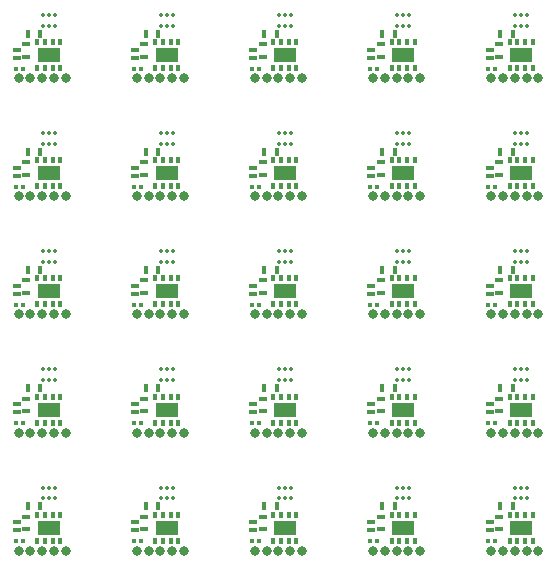
<source format=gbs>
G75*
%MOIN*%
%OFA0B0*%
%FSLAX25Y25*%
%IPPOS*%
%LPD*%
%AMOC8*
5,1,8,0,0,1.08239X$1,22.5*
%
%ADD10C,0.01381*%
%ADD11R,0.01381X0.01775*%
%ADD12R,0.02562X0.01578*%
%ADD13R,0.07680X0.04531*%
%ADD14R,0.01775X0.02169*%
%ADD15R,0.01775X0.02562*%
%ADD16R,0.02562X0.01775*%
%ADD17C,0.03153*%
D10*
X0058087Y0058283D03*
X0060055Y0058283D03*
X0062024Y0058283D03*
X0062024Y0061827D03*
X0060055Y0061827D03*
X0058087Y0061827D03*
X0058087Y0097654D03*
X0060055Y0097654D03*
X0062024Y0097654D03*
X0062024Y0101197D03*
X0060055Y0101197D03*
X0058087Y0101197D03*
X0058087Y0137024D03*
X0060055Y0137024D03*
X0062024Y0137024D03*
X0062024Y0140567D03*
X0060055Y0140567D03*
X0058087Y0140567D03*
X0058087Y0176394D03*
X0060055Y0176394D03*
X0062024Y0176394D03*
X0062024Y0179937D03*
X0060055Y0179937D03*
X0058087Y0179937D03*
X0058087Y0215764D03*
X0060055Y0215764D03*
X0062024Y0215764D03*
X0062024Y0219307D03*
X0060055Y0219307D03*
X0058087Y0219307D03*
X0097457Y0219307D03*
X0099425Y0219307D03*
X0101394Y0219307D03*
X0101394Y0215764D03*
X0099425Y0215764D03*
X0097457Y0215764D03*
X0097457Y0179937D03*
X0099425Y0179937D03*
X0101394Y0179937D03*
X0101394Y0176394D03*
X0099425Y0176394D03*
X0097457Y0176394D03*
X0097457Y0140567D03*
X0099425Y0140567D03*
X0101394Y0140567D03*
X0101394Y0137024D03*
X0099425Y0137024D03*
X0097457Y0137024D03*
X0097457Y0101197D03*
X0099425Y0101197D03*
X0101394Y0101197D03*
X0101394Y0097654D03*
X0099425Y0097654D03*
X0097457Y0097654D03*
X0097457Y0061827D03*
X0099425Y0061827D03*
X0101394Y0061827D03*
X0101394Y0058283D03*
X0099425Y0058283D03*
X0097457Y0058283D03*
X0136827Y0058283D03*
X0138795Y0058283D03*
X0140764Y0058283D03*
X0140764Y0061827D03*
X0138795Y0061827D03*
X0136827Y0061827D03*
X0136827Y0097654D03*
X0138795Y0097654D03*
X0140764Y0097654D03*
X0140764Y0101197D03*
X0138795Y0101197D03*
X0136827Y0101197D03*
X0136827Y0137024D03*
X0138795Y0137024D03*
X0140764Y0137024D03*
X0140764Y0140567D03*
X0138795Y0140567D03*
X0136827Y0140567D03*
X0136827Y0176394D03*
X0138795Y0176394D03*
X0140764Y0176394D03*
X0140764Y0179937D03*
X0138795Y0179937D03*
X0136827Y0179937D03*
X0136827Y0215764D03*
X0138795Y0215764D03*
X0140764Y0215764D03*
X0140764Y0219307D03*
X0138795Y0219307D03*
X0136827Y0219307D03*
X0176197Y0219307D03*
X0178165Y0219307D03*
X0180134Y0219307D03*
X0180134Y0215764D03*
X0178165Y0215764D03*
X0176197Y0215764D03*
X0176197Y0179937D03*
X0178165Y0179937D03*
X0180134Y0179937D03*
X0180134Y0176394D03*
X0178165Y0176394D03*
X0176197Y0176394D03*
X0176197Y0140567D03*
X0178165Y0140567D03*
X0180134Y0140567D03*
X0180134Y0137024D03*
X0178165Y0137024D03*
X0176197Y0137024D03*
X0176197Y0101197D03*
X0178165Y0101197D03*
X0180134Y0101197D03*
X0180134Y0097654D03*
X0178165Y0097654D03*
X0176197Y0097654D03*
X0176197Y0061827D03*
X0178165Y0061827D03*
X0180134Y0061827D03*
X0180134Y0058283D03*
X0178165Y0058283D03*
X0176197Y0058283D03*
X0215567Y0058283D03*
X0217535Y0058283D03*
X0219504Y0058283D03*
X0219504Y0061827D03*
X0217535Y0061827D03*
X0215567Y0061827D03*
X0215567Y0097654D03*
X0217535Y0097654D03*
X0219504Y0097654D03*
X0219504Y0101197D03*
X0217535Y0101197D03*
X0215567Y0101197D03*
X0215567Y0137024D03*
X0217535Y0137024D03*
X0219504Y0137024D03*
X0219504Y0140567D03*
X0217535Y0140567D03*
X0215567Y0140567D03*
X0215567Y0176394D03*
X0217535Y0176394D03*
X0219504Y0176394D03*
X0219504Y0179937D03*
X0217535Y0179937D03*
X0215567Y0179937D03*
X0215567Y0215764D03*
X0217535Y0215764D03*
X0219504Y0215764D03*
X0219504Y0219307D03*
X0217535Y0219307D03*
X0215567Y0219307D03*
D11*
X0049110Y0043953D03*
X0051472Y0043953D03*
X0088480Y0043953D03*
X0090843Y0043953D03*
X0127850Y0043953D03*
X0130213Y0043953D03*
X0167220Y0043953D03*
X0169583Y0043953D03*
X0206591Y0043953D03*
X0208953Y0043953D03*
X0208953Y0083323D03*
X0206591Y0083323D03*
X0169583Y0083323D03*
X0167220Y0083323D03*
X0130213Y0083323D03*
X0127850Y0083323D03*
X0090843Y0083323D03*
X0088480Y0083323D03*
X0051472Y0083323D03*
X0049110Y0083323D03*
X0049110Y0122693D03*
X0051472Y0122693D03*
X0088480Y0122693D03*
X0090843Y0122693D03*
X0127850Y0122693D03*
X0130213Y0122693D03*
X0167220Y0122693D03*
X0169583Y0122693D03*
X0206591Y0122693D03*
X0208953Y0122693D03*
X0208953Y0162063D03*
X0206591Y0162063D03*
X0169583Y0162063D03*
X0167220Y0162063D03*
X0130213Y0162063D03*
X0127850Y0162063D03*
X0090843Y0162063D03*
X0088480Y0162063D03*
X0051472Y0162063D03*
X0049110Y0162063D03*
X0049110Y0201433D03*
X0051472Y0201433D03*
X0088480Y0201433D03*
X0090843Y0201433D03*
X0127850Y0201433D03*
X0130213Y0201433D03*
X0167220Y0201433D03*
X0169583Y0201433D03*
X0206591Y0201433D03*
X0208953Y0201433D03*
D12*
X0206984Y0205154D03*
X0206984Y0207713D03*
X0167614Y0207713D03*
X0167614Y0205154D03*
X0167614Y0168343D03*
X0167614Y0165783D03*
X0206984Y0165783D03*
X0206984Y0168343D03*
X0206984Y0128972D03*
X0206984Y0126413D03*
X0206984Y0089602D03*
X0206984Y0087043D03*
X0167614Y0087043D03*
X0167614Y0089602D03*
X0167614Y0126413D03*
X0167614Y0128972D03*
X0128244Y0128972D03*
X0128244Y0126413D03*
X0128244Y0089602D03*
X0128244Y0087043D03*
X0088874Y0087043D03*
X0088874Y0089602D03*
X0088874Y0126413D03*
X0088874Y0128972D03*
X0049504Y0128972D03*
X0049504Y0126413D03*
X0049504Y0089602D03*
X0049504Y0087043D03*
X0049504Y0050232D03*
X0049504Y0047673D03*
X0088874Y0047673D03*
X0088874Y0050232D03*
X0128244Y0050232D03*
X0128244Y0047673D03*
X0167614Y0047673D03*
X0167614Y0050232D03*
X0206984Y0050232D03*
X0206984Y0047673D03*
X0128244Y0165783D03*
X0128244Y0168343D03*
X0128244Y0205154D03*
X0128244Y0207713D03*
X0088874Y0207713D03*
X0088874Y0205154D03*
X0088874Y0168343D03*
X0088874Y0165783D03*
X0049504Y0165783D03*
X0049504Y0168343D03*
X0049504Y0205154D03*
X0049504Y0207713D03*
D13*
X0060055Y0205921D03*
X0099425Y0205921D03*
X0138795Y0205921D03*
X0178165Y0205921D03*
X0217535Y0205921D03*
X0217535Y0166551D03*
X0178165Y0166551D03*
X0138795Y0166551D03*
X0099425Y0166551D03*
X0060055Y0166551D03*
X0060055Y0127181D03*
X0099425Y0127181D03*
X0138795Y0127181D03*
X0178165Y0127181D03*
X0217535Y0127181D03*
X0217535Y0087811D03*
X0178165Y0087811D03*
X0138795Y0087811D03*
X0099425Y0087811D03*
X0060055Y0087811D03*
X0060055Y0048441D03*
X0099425Y0048441D03*
X0138795Y0048441D03*
X0178165Y0048441D03*
X0217535Y0048441D03*
D14*
X0216256Y0052772D03*
X0218815Y0052772D03*
X0221374Y0052772D03*
X0213697Y0052772D03*
X0213697Y0044110D03*
X0216256Y0044110D03*
X0218815Y0044110D03*
X0221374Y0044110D03*
X0182004Y0044110D03*
X0179445Y0044110D03*
X0176886Y0044110D03*
X0174327Y0044110D03*
X0174327Y0052772D03*
X0176886Y0052772D03*
X0179445Y0052772D03*
X0182004Y0052772D03*
X0182004Y0083480D03*
X0179445Y0083480D03*
X0176886Y0083480D03*
X0174327Y0083480D03*
X0174327Y0092142D03*
X0176886Y0092142D03*
X0179445Y0092142D03*
X0182004Y0092142D03*
X0182004Y0122850D03*
X0179445Y0122850D03*
X0176886Y0122850D03*
X0174327Y0122850D03*
X0174327Y0131512D03*
X0176886Y0131512D03*
X0179445Y0131512D03*
X0182004Y0131512D03*
X0182004Y0162220D03*
X0179445Y0162220D03*
X0176886Y0162220D03*
X0174327Y0162220D03*
X0174327Y0170882D03*
X0176886Y0170882D03*
X0179445Y0170882D03*
X0182004Y0170882D03*
X0182004Y0201591D03*
X0179445Y0201591D03*
X0176886Y0201591D03*
X0174327Y0201591D03*
X0174327Y0210252D03*
X0176886Y0210252D03*
X0179445Y0210252D03*
X0182004Y0210252D03*
X0213697Y0210252D03*
X0216256Y0210252D03*
X0218815Y0210252D03*
X0221374Y0210252D03*
X0221374Y0201591D03*
X0218815Y0201591D03*
X0216256Y0201591D03*
X0213697Y0201591D03*
X0213697Y0170882D03*
X0216256Y0170882D03*
X0218815Y0170882D03*
X0221374Y0170882D03*
X0221374Y0162220D03*
X0218815Y0162220D03*
X0216256Y0162220D03*
X0213697Y0162220D03*
X0213697Y0131512D03*
X0216256Y0131512D03*
X0218815Y0131512D03*
X0221374Y0131512D03*
X0221374Y0122850D03*
X0218815Y0122850D03*
X0216256Y0122850D03*
X0213697Y0122850D03*
X0213697Y0092142D03*
X0216256Y0092142D03*
X0218815Y0092142D03*
X0221374Y0092142D03*
X0221374Y0083480D03*
X0218815Y0083480D03*
X0216256Y0083480D03*
X0213697Y0083480D03*
X0142634Y0083480D03*
X0140075Y0083480D03*
X0137516Y0083480D03*
X0134957Y0083480D03*
X0134957Y0092142D03*
X0137516Y0092142D03*
X0140075Y0092142D03*
X0142634Y0092142D03*
X0142634Y0122850D03*
X0140075Y0122850D03*
X0137516Y0122850D03*
X0134957Y0122850D03*
X0134957Y0131512D03*
X0137516Y0131512D03*
X0140075Y0131512D03*
X0142634Y0131512D03*
X0142634Y0162220D03*
X0140075Y0162220D03*
X0137516Y0162220D03*
X0134957Y0162220D03*
X0134957Y0170882D03*
X0137516Y0170882D03*
X0140075Y0170882D03*
X0142634Y0170882D03*
X0142634Y0201591D03*
X0140075Y0201591D03*
X0137516Y0201591D03*
X0134957Y0201591D03*
X0134957Y0210252D03*
X0137516Y0210252D03*
X0140075Y0210252D03*
X0142634Y0210252D03*
X0103264Y0210252D03*
X0100705Y0210252D03*
X0098146Y0210252D03*
X0095587Y0210252D03*
X0095587Y0201591D03*
X0098146Y0201591D03*
X0100705Y0201591D03*
X0103264Y0201591D03*
X0103264Y0170882D03*
X0100705Y0170882D03*
X0098146Y0170882D03*
X0095587Y0170882D03*
X0095587Y0162220D03*
X0098146Y0162220D03*
X0100705Y0162220D03*
X0103264Y0162220D03*
X0103264Y0131512D03*
X0100705Y0131512D03*
X0098146Y0131512D03*
X0095587Y0131512D03*
X0095587Y0122850D03*
X0098146Y0122850D03*
X0100705Y0122850D03*
X0103264Y0122850D03*
X0103264Y0092142D03*
X0100705Y0092142D03*
X0098146Y0092142D03*
X0095587Y0092142D03*
X0095587Y0083480D03*
X0098146Y0083480D03*
X0100705Y0083480D03*
X0103264Y0083480D03*
X0103264Y0052772D03*
X0100705Y0052772D03*
X0098146Y0052772D03*
X0095587Y0052772D03*
X0095587Y0044110D03*
X0098146Y0044110D03*
X0100705Y0044110D03*
X0103264Y0044110D03*
X0134957Y0044110D03*
X0137516Y0044110D03*
X0140075Y0044110D03*
X0142634Y0044110D03*
X0142634Y0052772D03*
X0140075Y0052772D03*
X0137516Y0052772D03*
X0134957Y0052772D03*
X0063894Y0052772D03*
X0061335Y0052772D03*
X0058776Y0052772D03*
X0056217Y0052772D03*
X0056217Y0044110D03*
X0058776Y0044110D03*
X0061335Y0044110D03*
X0063894Y0044110D03*
X0063894Y0083480D03*
X0061335Y0083480D03*
X0058776Y0083480D03*
X0056217Y0083480D03*
X0056217Y0092142D03*
X0058776Y0092142D03*
X0061335Y0092142D03*
X0063894Y0092142D03*
X0063894Y0122850D03*
X0061335Y0122850D03*
X0058776Y0122850D03*
X0056217Y0122850D03*
X0056217Y0131512D03*
X0058776Y0131512D03*
X0061335Y0131512D03*
X0063894Y0131512D03*
X0063894Y0162220D03*
X0061335Y0162220D03*
X0058776Y0162220D03*
X0056217Y0162220D03*
X0056217Y0170882D03*
X0058776Y0170882D03*
X0061335Y0170882D03*
X0063894Y0170882D03*
X0063894Y0201591D03*
X0061335Y0201591D03*
X0058776Y0201591D03*
X0056217Y0201591D03*
X0056217Y0210252D03*
X0058776Y0210252D03*
X0061335Y0210252D03*
X0063894Y0210252D03*
D15*
X0057234Y0213008D03*
X0053034Y0213008D03*
X0092404Y0213008D03*
X0096604Y0213008D03*
X0131774Y0213008D03*
X0135974Y0213008D03*
X0171144Y0213008D03*
X0175344Y0213008D03*
X0210514Y0213008D03*
X0214714Y0213008D03*
X0214714Y0173638D03*
X0210514Y0173638D03*
X0175344Y0173638D03*
X0171144Y0173638D03*
X0135974Y0173638D03*
X0131774Y0173638D03*
X0096604Y0173638D03*
X0092404Y0173638D03*
X0057234Y0173638D03*
X0053034Y0173638D03*
X0053034Y0134268D03*
X0057234Y0134268D03*
X0092404Y0134268D03*
X0096604Y0134268D03*
X0131774Y0134268D03*
X0135974Y0134268D03*
X0171144Y0134268D03*
X0175344Y0134268D03*
X0210514Y0134268D03*
X0214714Y0134268D03*
X0214714Y0094898D03*
X0210514Y0094898D03*
X0175344Y0094898D03*
X0171144Y0094898D03*
X0135974Y0094898D03*
X0131774Y0094898D03*
X0096604Y0094898D03*
X0092404Y0094898D03*
X0057234Y0094898D03*
X0053034Y0094898D03*
X0053034Y0055528D03*
X0057234Y0055528D03*
X0092404Y0055528D03*
X0096604Y0055528D03*
X0131774Y0055528D03*
X0135974Y0055528D03*
X0171144Y0055528D03*
X0175344Y0055528D03*
X0210514Y0055528D03*
X0214714Y0055528D03*
D16*
X0210055Y0052116D03*
X0210055Y0047916D03*
X0170685Y0047916D03*
X0170685Y0052116D03*
X0170685Y0087286D03*
X0170685Y0091486D03*
X0170685Y0126656D03*
X0170685Y0130856D03*
X0170685Y0166026D03*
X0170685Y0170226D03*
X0170685Y0205396D03*
X0170685Y0209596D03*
X0210055Y0209596D03*
X0210055Y0205396D03*
X0210055Y0170226D03*
X0210055Y0166026D03*
X0210055Y0130856D03*
X0210055Y0126656D03*
X0210055Y0091486D03*
X0210055Y0087286D03*
X0131315Y0087286D03*
X0131315Y0091486D03*
X0131315Y0126656D03*
X0131315Y0130856D03*
X0131315Y0166026D03*
X0131315Y0170226D03*
X0131315Y0205396D03*
X0131315Y0209596D03*
X0091945Y0209596D03*
X0091945Y0205396D03*
X0091945Y0170226D03*
X0091945Y0166026D03*
X0091945Y0130856D03*
X0091945Y0126656D03*
X0091945Y0091486D03*
X0091945Y0087286D03*
X0091945Y0052116D03*
X0091945Y0047916D03*
X0131315Y0047916D03*
X0131315Y0052116D03*
X0052575Y0052116D03*
X0052575Y0047916D03*
X0052575Y0087286D03*
X0052575Y0091486D03*
X0052575Y0126656D03*
X0052575Y0130856D03*
X0052575Y0166026D03*
X0052575Y0170226D03*
X0052575Y0205396D03*
X0052575Y0209596D03*
D17*
X0053953Y0198244D03*
X0050016Y0198244D03*
X0057890Y0198244D03*
X0061827Y0198244D03*
X0065764Y0198244D03*
X0089386Y0198244D03*
X0093323Y0198244D03*
X0097260Y0198244D03*
X0101197Y0198244D03*
X0105134Y0198244D03*
X0128756Y0198244D03*
X0132693Y0198244D03*
X0136630Y0198244D03*
X0140567Y0198244D03*
X0144504Y0198244D03*
X0168126Y0198244D03*
X0172063Y0198244D03*
X0176000Y0198244D03*
X0179937Y0198244D03*
X0183874Y0198244D03*
X0207496Y0198244D03*
X0211433Y0198244D03*
X0215370Y0198244D03*
X0219307Y0198244D03*
X0223244Y0198244D03*
X0223244Y0158874D03*
X0219307Y0158874D03*
X0215370Y0158874D03*
X0211433Y0158874D03*
X0207496Y0158874D03*
X0183874Y0158874D03*
X0179937Y0158874D03*
X0176000Y0158874D03*
X0172063Y0158874D03*
X0168126Y0158874D03*
X0144504Y0158874D03*
X0140567Y0158874D03*
X0136630Y0158874D03*
X0132693Y0158874D03*
X0128756Y0158874D03*
X0105134Y0158874D03*
X0101197Y0158874D03*
X0097260Y0158874D03*
X0093323Y0158874D03*
X0089386Y0158874D03*
X0065764Y0158874D03*
X0061827Y0158874D03*
X0057890Y0158874D03*
X0053953Y0158874D03*
X0050016Y0158874D03*
X0050016Y0119504D03*
X0053953Y0119504D03*
X0057890Y0119504D03*
X0061827Y0119504D03*
X0065764Y0119504D03*
X0089386Y0119504D03*
X0093323Y0119504D03*
X0097260Y0119504D03*
X0101197Y0119504D03*
X0105134Y0119504D03*
X0128756Y0119504D03*
X0132693Y0119504D03*
X0136630Y0119504D03*
X0140567Y0119504D03*
X0144504Y0119504D03*
X0168126Y0119504D03*
X0172063Y0119504D03*
X0176000Y0119504D03*
X0179937Y0119504D03*
X0183874Y0119504D03*
X0207496Y0119504D03*
X0211433Y0119504D03*
X0215370Y0119504D03*
X0219307Y0119504D03*
X0223244Y0119504D03*
X0223244Y0080134D03*
X0219307Y0080134D03*
X0215370Y0080134D03*
X0211433Y0080134D03*
X0207496Y0080134D03*
X0183874Y0080134D03*
X0179937Y0080134D03*
X0176000Y0080134D03*
X0172063Y0080134D03*
X0168126Y0080134D03*
X0144504Y0080134D03*
X0140567Y0080134D03*
X0136630Y0080134D03*
X0132693Y0080134D03*
X0128756Y0080134D03*
X0105134Y0080134D03*
X0101197Y0080134D03*
X0097260Y0080134D03*
X0093323Y0080134D03*
X0089386Y0080134D03*
X0065764Y0080134D03*
X0061827Y0080134D03*
X0057890Y0080134D03*
X0053953Y0080134D03*
X0050016Y0080134D03*
X0050016Y0040764D03*
X0053953Y0040764D03*
X0057890Y0040764D03*
X0061827Y0040764D03*
X0065764Y0040764D03*
X0089386Y0040764D03*
X0093323Y0040764D03*
X0097260Y0040764D03*
X0101197Y0040764D03*
X0105134Y0040764D03*
X0128756Y0040764D03*
X0132693Y0040764D03*
X0136630Y0040764D03*
X0140567Y0040764D03*
X0144504Y0040764D03*
X0168126Y0040764D03*
X0172063Y0040764D03*
X0176000Y0040764D03*
X0179937Y0040764D03*
X0183874Y0040764D03*
X0207496Y0040764D03*
X0211433Y0040764D03*
X0215370Y0040764D03*
X0219307Y0040764D03*
X0223244Y0040764D03*
M02*

</source>
